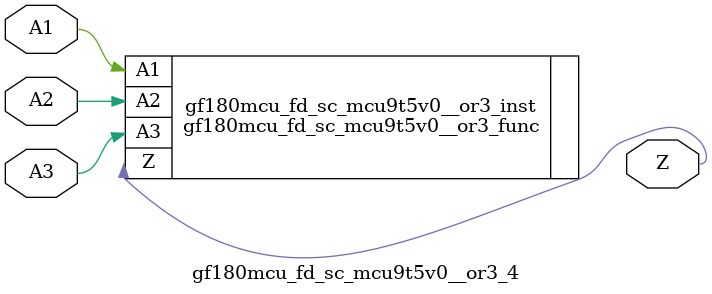
<source format=v>

`ifndef GF180MCU_FD_SC_MCU9T5V0__OR3_4_V
`define GF180MCU_FD_SC_MCU9T5V0__OR3_4_V

`include "gf180mcu_fd_sc_mcu9t5v0__or3_func.v"

`ifdef USE_POWER_PINS
module gf180mcu_fd_sc_mcu9t5v0__or3_4( A3, A2, A1, Z, VDD, VSS );
inout VDD, VSS;
`else // If not USE_POWER_PINS
module gf180mcu_fd_sc_mcu9t5v0__or3_4( A3, A2, A1, Z );
`endif // If not USE_POWER_PINS
input A1, A2, A3;
output Z;

`ifdef USE_POWER_PINS
  gf180mcu_fd_sc_mcu9t5v0__or3_func gf180mcu_fd_sc_mcu9t5v0__or3_inst(.A3(A3),.A2(A2),.A1(A1),.Z(Z),.VDD(VDD),.VSS(VSS));
`else // If not USE_POWER_PINS
  gf180mcu_fd_sc_mcu9t5v0__or3_func gf180mcu_fd_sc_mcu9t5v0__or3_inst(.A3(A3),.A2(A2),.A1(A1),.Z(Z));
`endif // If not USE_POWER_PINS

`ifndef FUNCTIONAL
	// spec_gates_begin


	// spec_gates_end



   specify

	// specify_block_begin

	// comb arc A1 --> Z
	 (A1 => Z) = (1.0,1.0);

	// comb arc A2 --> Z
	 (A2 => Z) = (1.0,1.0);

	// comb arc A3 --> Z
	 (A3 => Z) = (1.0,1.0);

	// specify_block_end

   endspecify

   `endif

endmodule
`endif // GF180MCU_FD_SC_MCU9T5V0__OR3_4_V

</source>
